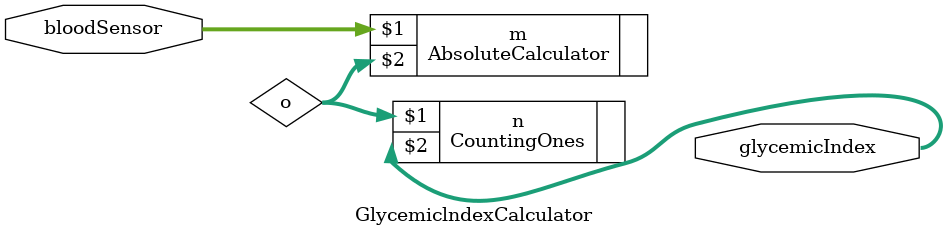
<source format=v>
`timescale 1ns / 1ps
module GlycemiclndexCalculator(
input [7:0]bloodSensor,
output [3:0]glycemicIndex
    );
	//wire[7:0]o;
	reg [7:0]o;
	
	  AbsoluteCalculator m(bloodSensor,o);
	  CountingOnes n(o,glycemicIndex);
	 
	 




endmodule

</source>
